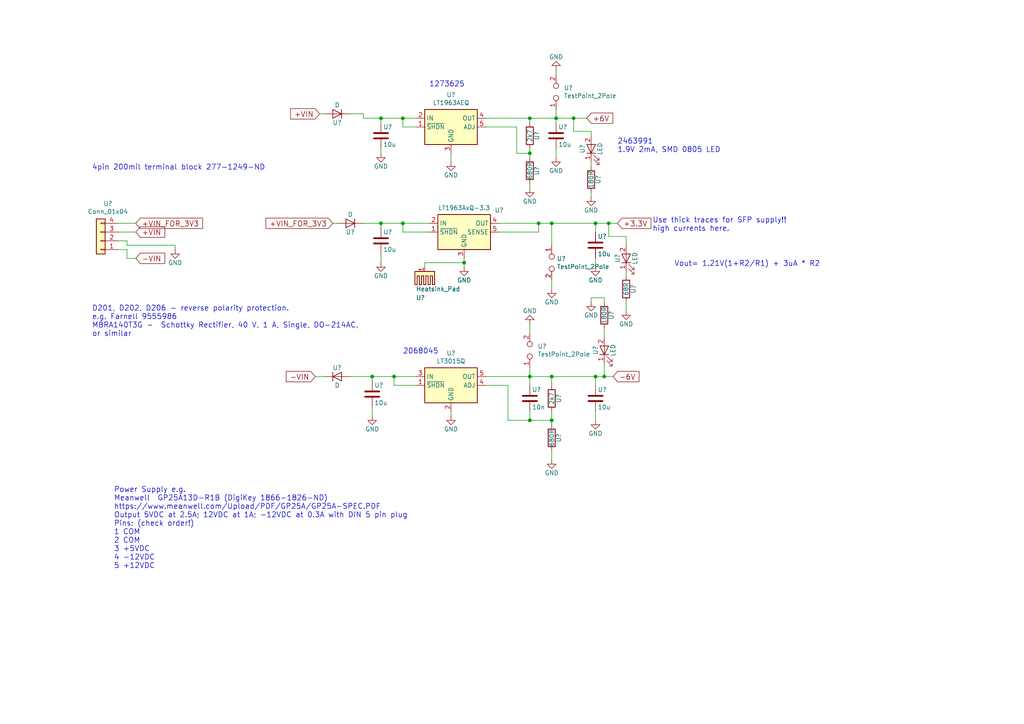
<source format=kicad_sch>
(kicad_sch (version 20230121) (generator eeschema)
  (paper "A4")
  (title_block (title "SFP-Board, 2018.03 - Power Supply") (date "2017-03-10") (company "Anders Wallin (anders.e.e.wallin \"at\" gmail.com)") (comment 1 "2018-03: remove DC-filters, add heatsinks"))
  (lib_symbols
    (symbol "Connector:TestPoint_2Pole" (pin_names (offset 0.762) hide)
      (property "Reference" "TP" (at 0 1.524 0))
      (property "Value" "TestPoint_2Pole" (at 0 -1.778 0))
      (symbol "TestPoint_2Pole_0_1"
        (circle (center -1.778 0) (radius 0.762))
        (circle (center 1.778 0) (radius 0.762))
        (pin passive line (at -5.08 0 0) (length 2.54) (name "1") (number "1"))
        (pin passive line (at 5.08 0 180) (length 2.54) (name "2") (number "2"))
      )
    )
    (symbol "Connector_Generic:Conn_01x04" (pin_names (offset 1.016) hide)
      (property "Reference" "J" (at 0 5.08 0))
      (property "Value" "Conn_01x04" (at 0 -7.62 0))
      (symbol "Conn_01x04_1_1"
        (rectangle (start -1.27 -4.953) (end 0 -5.207) (stroke (width 0.1524)))
        (rectangle (start -1.27 -2.413) (end 0 -2.667) (stroke (width 0.1524)))
        (rectangle (start -1.27 0.127) (end 0 -0.127) (stroke (width 0.1524)))
        (rectangle (start -1.27 2.667) (end 0 2.413) (stroke (width 0.1524)))
        (rectangle (start -1.27 3.81) (end 1.27 -6.35) (stroke (width 0.254)) (fill (type background)))
        (pin passive line (at -5.08 2.54 0) (length 3.81) (name "Pin_1") (number "1"))
        (pin passive line (at -5.08 0 0) (length 3.81) (name "Pin_2") (number "2"))
        (pin passive line (at -5.08 -2.54 0) (length 3.81) (name "Pin_3") (number "3"))
        (pin passive line (at -5.08 -5.08 0) (length 3.81) (name "Pin_4") (number "4"))
      )
    )
    (symbol "Mechanical:Heatsink_Pad" (pin_names (offset 0))
      (property "Reference" "HS" (at 0 5.715 0))
      (property "Value" "Heatsink_Pad" (at 0 3.81 0))
      (symbol "Heatsink_Pad_0_1"
        (polyline (pts (xy -0.3302 0) (xy -0.9652 0) (xy -0.9652 2.54) (xy -1.6002 2.54) (xy -1.6002 0) (xy -2.2352 0) (xy -2.2352 2.54) (xy -2.8702 2.54) (xy -2.8702 -1.27) (xy -0.9652 -1.27)) (stroke (width 0.254)) (fill (type background)))
        (polyline (pts (xy -0.3302 0) (xy -0.3302 2.54) (xy 0.3048 2.54) (xy 0.3048 0) (xy 0.9398 0) (xy 0.9398 2.54) (xy 1.5748 2.54) (xy 1.5748 0) (xy 2.2098 0) (xy 2.2098 2.54) (xy 2.8448 2.54) (xy 2.8448 -1.27) (xy -0.9652 -1.27)) (stroke (width 0.254)) (fill (type background)))
      )
      (symbol "Heatsink_Pad_1_1"
        (pin passive line (at 0 -2.54 90) (length 1.27) (name "~") (number "1"))
      )
    )
    (symbol "Regulator_Linear:LT1963AEQ"
      (property "Reference" "U" (at -7.62 6.35 0))
      (property "Value" "LT1963AEQ" (at -1.27 6.35 0))
      (symbol "LT1963AEQ_0_1"
        (rectangle (start -7.62 5.08) (end 7.62 -5.08) (stroke (width 0.254)) (fill (type background)))
      )
      (symbol "LT1963AEQ_1_1"
        (pin input line (at -10.16 0 0) (length 2.54) (name "~{SHDN}") (number "1"))
        (pin power_in line (at -10.16 2.54 0) (length 2.54) (name "IN") (number "2"))
        (pin power_in line (at 0 -7.62 90) (length 2.54) (name "GND") (number "3"))
        (pin power_out line (at 10.16 2.54 180) (length 2.54) (name "OUT") (number "4"))
        (pin input line (at 10.16 0 180) (length 2.54) (name "ADJ") (number "5"))
      )
    )
    (symbol "Regulator_Linear:LT1963AxQ-3.3"
      (property "Reference" "U" (at -7.62 6.35 0))
      (property "Value" "LT1963AxQ-3.3" (at -1.27 6.35 0))
      (symbol "LT1963AxQ-3.3_0_1"
        (rectangle (start -7.62 5.08) (end 7.62 -5.08) (stroke (width 0.254)) (fill (type background)))
      )
      (symbol "LT1963AxQ-3.3_1_1"
        (pin input line (at -10.16 0 0) (length 2.54) (name "~{SHDN}") (number "1"))
        (pin power_in line (at -10.16 2.54 0) (length 2.54) (name "IN") (number "2"))
        (pin power_in line (at 0 -7.62 90) (length 2.54) (name "GND") (number "3"))
        (pin power_out line (at 10.16 2.54 180) (length 2.54) (name "OUT") (number "4"))
        (pin input line (at 10.16 0 180) (length 2.54) (name "SENSE") (number "5"))
      )
    )
    (symbol "Regulator_Linear:LT3015Q"
      (property "Reference" "U" (at -6.35 6.35 0))
      (property "Value" "LT3015Q" (at 0 6.35 0))
      (symbol "LT3015Q_0_1"
        (rectangle (start -7.62 5.08) (end 7.62 -5.08) (stroke (width 0.254)) (fill (type background)))
      )
      (symbol "LT3015Q_1_1"
        (pin input line (at -10.16 0 0) (length 2.54) (name "~{SHDN}") (number "1"))
        (pin power_in line (at 0 -7.62 90) (length 2.54) (name "GND") (number "2"))
        (pin power_in line (at -10.16 2.54 0) (length 2.54) (name "IN") (number "3"))
        (pin input line (at 10.16 0 180) (length 2.54) (name "ADJ") (number "4"))
        (pin power_out line (at 10.16 2.54 180) (length 2.54) (name "OUT") (number "5"))
      )
    )
    (symbol "sfp_v4-rescue:C" (pin_numbers hide) (pin_names (offset 0.254))
      (property "Reference" "C" (at 0.635 2.54 0))
      (property "Value" "C" (at 0.635 -2.54 0))
      (symbol "C_0_1"
        (polyline (pts (xy -2.032 -0.762) (xy 2.032 -0.762)) (stroke (width 0.508)))
        (polyline (pts (xy -2.032 0.762) (xy 2.032 0.762)) (stroke (width 0.508)))
      )
      (symbol "C_1_1"
        (pin passive line (at 0 3.81 270) (length 2.794) (name "~") (number "1"))
        (pin passive line (at 0 -3.81 90) (length 2.794) (name "~") (number "2"))
      )
    )
    (symbol "sfp_v4-rescue:D" (pin_numbers hide) (pin_names (offset 1.016) hide)
      (property "Reference" "D" (at 0 2.54 0))
      (property "Value" "D" (at 0 -2.54 0))
      (symbol "D_0_1"
        (polyline (pts (xy -1.27 1.27) (xy -1.27 -1.27)) (stroke (width 0.2032)))
        (polyline (pts (xy 1.27 0) (xy -1.27 0)))
        (polyline (pts (xy 1.27 1.27) (xy 1.27 -1.27) (xy -1.27 0) (xy 1.27 1.27)) (stroke (width 0.2032)))
      )
      (symbol "D_1_1"
        (pin passive line (at -3.81 0 0) (length 2.54) (name "K") (number "1"))
        (pin passive line (at 3.81 0 180) (length 2.54) (name "A") (number "2"))
      )
    )
    (symbol "sfp_v4-rescue:GND-power" (power) (pin_names (offset 0))
      (property "Value" "GND-power" (at 0 -3.81 0))
      (symbol "GND-power_0_1"
        (polyline (pts (xy 0 0) (xy 0 -1.27) (xy 1.27 -1.27) (xy 0 -2.54) (xy -1.27 -1.27) (xy 0 -1.27)))
      )
      (symbol "GND-power_1_1"
        (pin power_in line (at 0 0 270) (length 0) hide (name "GND") (number "1"))
      )
    )
    (symbol "sfp_v4-rescue:LED" (pin_names (offset 1.016) hide)
      (property "Reference" "D" (at 0 2.54 0))
      (property "Value" "LED" (at 0 -2.54 0))
      (symbol "LED_0_1"
        (polyline (pts (xy -1.27 -1.27) (xy -1.27 1.27)) (stroke (width 0.2032)))
        (polyline (pts (xy -1.27 0) (xy 1.27 0)))
        (polyline (pts (xy 1.27 -1.27) (xy 1.27 1.27) (xy -1.27 0) (xy 1.27 -1.27)) (stroke (width 0.2032)))
        (polyline (pts (xy -3.048 -0.762) (xy -4.572 -2.286) (xy -3.81 -2.286) (xy -4.572 -2.286) (xy -4.572 -1.524)))
        (polyline (pts (xy -1.778 -0.762) (xy -3.302 -2.286) (xy -2.54 -2.286) (xy -3.302 -2.286) (xy -3.302 -1.524)))
      )
      (symbol "LED_1_1"
        (pin passive line (at -3.81 0 0) (length 2.54) (name "K") (number "1"))
        (pin passive line (at 3.81 0 180) (length 2.54) (name "A") (number "2"))
      )
    )
    (symbol "sfp_v4-rescue:R" (pin_numbers hide) (pin_names (offset 0))
      (property "Reference" "R" (at 2.032 0 90))
      (property "Value" "R" (at 0 0 90))
      (symbol "R_0_1"
        (rectangle (start -1.016 -2.54) (end 1.016 2.54) (stroke (width 0.254)))
      )
      (symbol "R_1_1"
        (pin passive line (at 0 3.81 270) (length 1.27) (name "~") (number "1"))
        (pin passive line (at 0 -3.81 90) (length 1.27) (name "~") (number "2"))
      )
    )
  )
  (junction (at 160.02 109.22))
  (junction (at 166.37 34.29))
  (junction (at 134.62 76.2))
  (junction (at 160.02 121.92))
  (junction (at 110.49 34.29))
  (junction (at 116.84 64.77))
  (junction (at 107.95 109.22))
  (junction (at 172.72 109.22))
  (junction (at 153.67 109.22))
  (junction (at 161.29 34.29))
  (junction (at 153.67 34.29))
  (junction (at 153.67 121.92))
  (junction (at 160.02 64.77))
  (junction (at 116.84 34.29))
  (junction (at 176.53 64.77))
  (junction (at 110.49 64.77))
  (junction (at 175.26 109.22))
  (junction (at 114.3 109.22))
  (junction (at 156.21 64.77))
  (junction (at 172.72 64.77))
  (junction (at 153.67 44.45))
  (wire (pts (xy 105.41 34.29) (xy 110.49 34.29)))
  (wire (pts (xy 36.83 72.39) (xy 34.29 72.39)))
  (wire (pts (xy 160.02 123.19) (xy 160.02 121.92)))
  (wire (pts (xy 160.02 133.35) (xy 160.02 130.81)))
  (wire (pts (xy 105.41 64.77) (xy 110.49 64.77)))
  (wire (pts (xy 166.37 34.29) (xy 170.18 34.29)))
  (wire (pts (xy 161.29 31.75) (xy 161.29 34.29)))
  (wire (pts (xy 110.49 66.04) (xy 110.49 64.77)))
  (wire (pts (xy 153.67 44.45) (xy 153.67 45.72)))
  (wire (pts (xy 147.32 121.92) (xy 147.32 111.76)))
  (wire (pts (xy 107.95 109.22) (xy 114.3 109.22)))
  (wire (pts (xy 175.26 109.22) (xy 177.8 109.22)))
  (wire (pts (xy 160.02 111.76) (xy 160.02 109.22)))
  (wire (pts (xy 153.67 54.61) (xy 153.67 53.34)))
  (wire (pts (xy 161.29 45.72) (xy 161.29 43.18)))
  (wire (pts (xy 123.19 76.2) (xy 134.62 76.2)))
  (wire (pts (xy 160.02 83.82) (xy 160.02 81.28)))
  (wire (pts (xy 140.97 111.76) (xy 147.32 111.76)))
  (wire (pts (xy 97.79 64.77) (xy 96.52 64.77)))
  (wire (pts (xy 172.72 64.77) (xy 176.53 64.77)))
  (wire (pts (xy 144.78 67.31) (xy 156.21 67.31)))
  (wire (pts (xy 123.19 76.2) (xy 123.19 77.47)))
  (wire (pts (xy 153.67 35.56) (xy 153.67 34.29)))
  (wire (pts (xy 172.72 109.22) (xy 175.26 109.22)))
  (wire (pts (xy 175.26 97.79) (xy 175.26 95.25)))
  (wire (pts (xy 175.26 86.36) (xy 175.26 87.63)))
  (wire (pts (xy 36.83 74.93) (xy 36.83 72.39)))
  (wire (pts (xy 120.65 111.76) (xy 114.3 111.76)))
  (wire (pts (xy 110.49 34.29) (xy 116.84 34.29)))
  (wire (pts (xy 161.29 21.59) (xy 161.29 20.32)))
  (wire (pts (xy 160.02 121.92) (xy 153.67 121.92)))
  (wire (pts (xy 50.8 71.12) (xy 50.8 72.39)))
  (wire (pts (xy 171.45 38.1) (xy 166.37 38.1)))
  (wire (pts (xy 172.72 64.77) (xy 172.72 67.31)))
  (wire (pts (xy 134.62 77.47) (xy 134.62 76.2)))
  (wire (pts (xy 166.37 38.1) (xy 166.37 34.29)))
  (wire (pts (xy 101.6 33.02) (xy 105.41 33.02)))
  (wire (pts (xy 149.86 36.83) (xy 149.86 44.45)))
  (wire (pts (xy 160.02 71.12) (xy 160.02 64.77)))
  (wire (pts (xy 93.98 109.22) (xy 91.44 109.22)))
  (wire (pts (xy 107.95 109.22) (xy 107.95 110.49)))
  (wire (pts (xy 107.95 120.65) (xy 107.95 118.11)))
  (wire (pts (xy 39.37 74.93) (xy 36.83 74.93)))
  (wire (pts (xy 156.21 67.31) (xy 156.21 64.77)))
  (wire (pts (xy 153.67 96.52) (xy 153.67 93.98)))
  (wire (pts (xy 36.83 69.85) (xy 34.29 69.85)))
  (wire (pts (xy 160.02 64.77) (xy 172.72 64.77)))
  (wire (pts (xy 39.37 64.77) (xy 34.29 64.77)))
  (wire (pts (xy 120.65 36.83) (xy 116.84 36.83)))
  (wire (pts (xy 176.53 68.58) (xy 176.53 64.77)))
  (wire (pts (xy 149.86 44.45) (xy 153.67 44.45)))
  (wire (pts (xy 161.29 34.29) (xy 166.37 34.29)))
  (wire (pts (xy 160.02 121.92) (xy 160.02 119.38)))
  (wire (pts (xy 114.3 109.22) (xy 120.65 109.22)))
  (wire (pts (xy 140.97 36.83) (xy 149.86 36.83)))
  (wire (pts (xy 153.67 121.92) (xy 147.32 121.92)))
  (wire (pts (xy 105.41 33.02) (xy 105.41 34.29)))
  (wire (pts (xy 116.84 34.29) (xy 120.65 34.29)))
  (wire (pts (xy 39.37 67.31) (xy 34.29 67.31)))
  (wire (pts (xy 171.45 39.37) (xy 171.45 38.1)))
  (wire (pts (xy 181.61 80.01) (xy 181.61 78.74)))
  (wire (pts (xy 101.6 109.22) (xy 107.95 109.22)))
  (wire (pts (xy 171.45 87.63) (xy 171.45 86.36)))
  (wire (pts (xy 156.21 64.77) (xy 160.02 64.77)))
  (wire (pts (xy 36.83 71.12) (xy 50.8 71.12)))
  (wire (pts (xy 175.26 105.41) (xy 175.26 109.22)))
  (wire (pts (xy 181.61 71.12) (xy 181.61 68.58)))
  (wire (pts (xy 130.81 44.45) (xy 130.81 46.99)))
  (wire (pts (xy 153.67 111.76) (xy 153.67 109.22)))
  (wire (pts (xy 140.97 34.29) (xy 153.67 34.29)))
  (wire (pts (xy 116.84 67.31) (xy 124.46 67.31)))
  (wire (pts (xy 153.67 109.22) (xy 160.02 109.22)))
  (wire (pts (xy 161.29 34.29) (xy 161.29 35.56)))
  (wire (pts (xy 110.49 44.45) (xy 110.49 43.18)))
  (wire (pts (xy 181.61 68.58) (xy 176.53 68.58)))
  (wire (pts (xy 153.67 109.22) (xy 153.67 106.68)))
  (wire (pts (xy 110.49 76.2) (xy 110.49 73.66)))
  (wire (pts (xy 153.67 119.38) (xy 153.67 121.92)))
  (wire (pts (xy 134.62 76.2) (xy 134.62 74.93)))
  (wire (pts (xy 116.84 36.83) (xy 116.84 34.29)))
  (wire (pts (xy 110.49 35.56) (xy 110.49 34.29)))
  (wire (pts (xy 171.45 57.15) (xy 171.45 55.88)))
  (wire (pts (xy 36.83 71.12) (xy 36.83 69.85)))
  (wire (pts (xy 171.45 86.36) (xy 175.26 86.36)))
  (wire (pts (xy 110.49 64.77) (xy 116.84 64.77)))
  (wire (pts (xy 171.45 48.26) (xy 171.45 46.99)))
  (wire (pts (xy 153.67 34.29) (xy 161.29 34.29)))
  (wire (pts (xy 116.84 67.31) (xy 116.84 64.77)))
  (wire (pts (xy 116.84 64.77) (xy 124.46 64.77)))
  (wire (pts (xy 114.3 109.22) (xy 114.3 111.76)))
  (wire (pts (xy 153.67 43.18) (xy 153.67 44.45)))
  (wire (pts (xy 160.02 109.22) (xy 172.72 109.22)))
  (wire (pts (xy 144.78 64.77) (xy 156.21 64.77)))
  (wire (pts (xy 172.72 77.47) (xy 172.72 74.93)))
  (wire (pts (xy 130.81 119.38) (xy 130.81 120.65)))
  (wire (pts (xy 176.53 64.77) (xy 179.07 64.77)))
  (wire (pts (xy 140.97 109.22) (xy 153.67 109.22)))
  (wire (pts (xy 93.98 33.02) (xy 92.71 33.02)))
  (wire (pts (xy 172.72 109.22) (xy 172.72 111.76)))
  (wire (pts (xy 172.72 121.92) (xy 172.72 119.38)))
  (wire (pts (xy 181.61 90.17) (xy 181.61 87.63)))
  (text "Vout= 1.21V(1+R2/R1) + 3uA * R2" (at 195.58 77.47 0) (effects (font (size 1.524 1.524)) (justify left bottom)))
  (text "2068045 " (at 116.84 102.87 0) (effects (font (size 1.524 1.524)) (justify left bottom)))
  (text "Power Supply e.g.\nMeanwell  GP25A13D-R1B (DigiKey 1866-1826-ND)\nhttps://www.meanwell.com/Upload/PDF/GP25A/GP25A-SPEC.PDF\nOutput 5VDC at 2.5A; 12VDC at 1A; -12VDC at 0.3A with DIN 5 pin plug\nPins: (check order!)\n1 COM\n2 COM\n3 +5VDC\n4 -12VDC\n5 +12VDC" (at 33.02 165.1 0) (effects (font (size 1.524 1.524)) (justify left bottom)))
  (text "D201, D202, D206 - reverse polarity protection.\ne.g. Farnell 9555986\nMBRA140T3G -  Schottky Rectifier, 40 V, 1 A, Single, DO-214AC,\nor similar" (at 26.67 97.79 0) (effects (font (size 1.524 1.524)) (justify left bottom)))
  (text "2463991 \n1.9V 2mA, SMD 0805 LED" (at 179.07 44.45 0) (effects (font (size 1.524 1.524)) (justify left bottom)))
  (text "1273625" (at 124.46 25.4 0) (effects (font (size 1.524 1.524)) (justify left bottom)))
  (text "4pin 200mil terminal block 277-1249-ND" (at 26.67 49.53 0) (effects (font (size 1.524 1.524)) (justify left bottom)))
  (text "Use thick traces for SFP supply!!\nhigh currents here." (at 189.23 67.31 0) (effects (font (size 1.524 1.524)) (justify left bottom)))
  (global_label "+VIN_FOR_3V3" (shape input) (at 96.52 64.77 180) (effects (font (size 1.524 1.524))) (property "Intersheetrefs" "${INTERSHEET_REFS}" (effects hide)))
  (global_label "+VIN" (shape input) (at 92.71 33.02 180) (effects (font (size 1.524 1.524))) (property "Intersheetrefs" "${INTERSHEET_REFS}" (effects hide)))
  (global_label "-VIN" (shape input) (at 39.37 74.93 0) (effects (font (size 1.524 1.524))) (property "Intersheetrefs" "${INTERSHEET_REFS}" (effects hide)))
  (global_label "-6V" (shape input) (at 177.8 109.22 0) (effects (font (size 1.524 1.524))) (property "Intersheetrefs" "${INTERSHEET_REFS}" (effects hide)))
  (global_label "+VIN" (shape input) (at 39.37 67.31 0) (effects (font (size 1.524 1.524))) (property "Intersheetrefs" "${INTERSHEET_REFS}" (effects hide)))
  (global_label "+VIN_FOR_3V3" (shape input) (at 39.37 64.77 0) (effects (font (size 1.524 1.524))) (property "Intersheetrefs" "${INTERSHEET_REFS}" (effects hide)))
  (global_label "-VIN" (shape input) (at 91.44 109.22 180) (effects (font (size 1.524 1.524))) (property "Intersheetrefs" "${INTERSHEET_REFS}" (effects hide)))
  (global_label "+6V" (shape input) (at 170.18 34.29 0) (effects (font (size 1.524 1.524))) (property "Intersheetrefs" "${INTERSHEET_REFS}" (effects hide)))
  (global_label "+3.3V" (shape input) (at 179.07 64.77 0) (effects (font (size 1.524 1.524))) (property "Intersheetrefs" "${INTERSHEET_REFS}" (effects hide)))
  (symbol (lib_id "sfp_v4-rescue:R") (at 160.02 115.57 0) (unit 1)
    (property "Reference" "U?" (at 162.052 115.57 90))
    (property "Value" "2k7" (at 160.02 115.57 90))
    (property "Footprint" "Resistors_SMD:R_0805" (effects hide))
  )
  (symbol (lib_id "sfp_v4-rescue:R") (at 160.02 127 0) (unit 1)
    (property "Reference" "U?" (at 162.052 127 90))
    (property "Value" "680R" (at 160.02 127 90))
    (property "Footprint" "Resistors_SMD:R_0805" (effects hide))
  )
  (symbol (lib_id "sfp_v4-rescue:C") (at 172.72 71.12 0) (unit 1)
    (property "Reference" "U?" (at 173.355 68.58 0) (effects (justify left)))
    (property "Value" "10u" (at 173.355 73.66 0) (effects (justify left)))
    (property "Footprint" "Capacitors_SMD:C_0805" (effects hide))
  )
  (symbol (lib_id "sfp_v4-rescue:GND-power") (at 134.62 77.47 0) (unit 1)
    (property "Reference" "U?" (effects hide))
    (property "Value" "GND" (at 134.62 81.28 0))
  )
  (symbol (lib_id "sfp_v4-rescue:GND-power") (at 172.72 77.47 0) (unit 1)
    (property "Reference" "U?" (effects hide))
    (property "Value" "GND" (at 172.72 81.28 0))
  )
  (symbol (lib_id "sfp_v4-rescue:C") (at 110.49 69.85 0) (unit 1)
    (property "Reference" "U?" (at 111.125 67.31 0) (effects (justify left)))
    (property "Value" "10u" (at 111.125 72.39 0) (effects (justify left)))
    (property "Footprint" "Capacitors_SMD:C_0805" (effects hide))
  )
  (symbol (lib_id "sfp_v4-rescue:GND-power") (at 110.49 76.2 0) (unit 1)
    (property "Reference" "U?" (effects hide))
    (property "Value" "GND" (at 110.49 80.01 0))
  )
  (symbol (lib_id "sfp_v4-rescue:GND-power") (at 130.81 46.99 0) (unit 1)
    (property "Reference" "U?" (effects hide))
    (property "Value" "GND" (at 130.81 50.8 0))
  )
  (symbol (lib_id "sfp_v4-rescue:R") (at 153.67 39.37 0) (unit 1)
    (property "Reference" "U?" (at 155.702 39.37 90))
    (property "Value" "2k7" (at 153.67 39.37 90))
    (property "Footprint" "Resistors_SMD:R_0805" (effects hide))
  )
  (symbol (lib_id "sfp_v4-rescue:R") (at 153.67 49.53 0) (unit 1)
    (property "Reference" "U?" (at 155.702 49.53 90))
    (property "Value" "680R" (at 153.67 49.53 90))
    (property "Footprint" "Resistors_SMD:R_0805" (effects hide))
  )
  (symbol (lib_id "sfp_v4-rescue:C") (at 161.29 39.37 0) (unit 1)
    (property "Reference" "U?" (at 161.925 36.83 0) (effects (justify left)))
    (property "Value" "10u" (at 161.925 41.91 0) (effects (justify left)))
    (property "Footprint" "Capacitors_SMD:C_0805" (effects hide))
  )
  (symbol (lib_id "sfp_v4-rescue:GND-power") (at 161.29 45.72 0) (unit 1)
    (property "Reference" "U?" (effects hide))
    (property "Value" "GND" (at 161.29 49.53 0))
  )
  (symbol (lib_id "sfp_v4-rescue:GND-power") (at 153.67 54.61 0) (unit 1)
    (property "Reference" "U?" (effects hide))
    (property "Value" "GND" (at 153.67 58.42 0))
  )
  (symbol (lib_id "sfp_v4-rescue:C") (at 110.49 39.37 0) (unit 1)
    (property "Reference" "U?" (at 111.125 36.83 0) (effects (justify left)))
    (property "Value" "10u" (at 111.125 41.91 0) (effects (justify left)))
    (property "Footprint" "Capacitors_SMD:C_0805" (effects hide))
  )
  (symbol (lib_id "sfp_v4-rescue:GND-power") (at 110.49 44.45 0) (unit 1)
    (property "Reference" "U?" (effects hide))
    (property "Value" "GND" (at 110.49 48.26 0))
  )
  (symbol (lib_id "sfp_v4-rescue:C") (at 153.67 115.57 0) (unit 1)
    (property "Reference" "U?" (at 154.305 113.03 0) (effects (justify left)))
    (property "Value" "10n" (at 154.305 118.11 0) (effects (justify left)))
    (property "Footprint" "Capacitors_SMD:C_0805" (effects hide))
  )
  (symbol (lib_id "sfp_v4-rescue:C") (at 172.72 115.57 0) (unit 1)
    (property "Reference" "U?" (at 173.355 113.03 0) (effects (justify left)))
    (property "Value" "10u" (at 173.355 118.11 0) (effects (justify left)))
    (property "Footprint" "Capacitors_SMD:C_0805" (effects hide))
  )
  (symbol (lib_id "sfp_v4-rescue:GND-power") (at 160.02 133.35 0) (unit 1)
    (property "Reference" "U?" (effects hide))
    (property "Value" "GND" (at 160.02 137.16 0))
  )
  (symbol (lib_id "sfp_v4-rescue:GND-power") (at 172.72 121.92 0) (unit 1)
    (property "Reference" "U?" (effects hide))
    (property "Value" "GND" (at 172.72 125.73 0))
  )
  (symbol (lib_id "sfp_v4-rescue:GND-power") (at 130.81 120.65 0) (unit 1)
    (property "Reference" "U?" (effects hide))
    (property "Value" "GND" (at 130.81 124.46 0))
  )
  (symbol (lib_id "sfp_v4-rescue:C") (at 107.95 114.3 0) (unit 1)
    (property "Reference" "U?" (at 108.585 111.76 0) (effects (justify left)))
    (property "Value" "10u" (at 108.585 116.84 0) (effects (justify left)))
    (property "Footprint" "Capacitors_SMD:C_0805" (effects hide))
  )
  (symbol (lib_id "sfp_v4-rescue:D") (at 97.79 33.02 180) (unit 1)
    (property "Reference" "U?" (at 97.79 35.56 0))
    (property "Value" "D" (at 97.79 30.48 0))
    (property "Footprint" "awallinKiCadFootprints:DIODE_DO-214BA" (effects hide))
  )
  (symbol (lib_id "sfp_v4-rescue:GND-power") (at 50.8 72.39 0) (unit 1)
    (property "Reference" "U?" (effects hide))
    (property "Value" "GND" (at 50.8 76.2 0))
  )
  (symbol (lib_id "sfp_v4-rescue:D") (at 97.79 109.22 0) (unit 1)
    (property "Reference" "U?" (at 97.79 106.68 0))
    (property "Value" "D" (at 97.79 111.76 0))
    (property "Footprint" "awallinKiCadFootprints:DIODE_DO-214BA" (effects hide))
  )
  (symbol (lib_id "sfp_v4-rescue:GND-power") (at 107.95 120.65 0) (unit 1)
    (property "Reference" "U?" (effects hide))
    (property "Value" "GND" (at 107.95 124.46 0))
  )
  (symbol (lib_id "sfp_v4-rescue:LED") (at 175.26 101.6 90) (unit 1)
    (property "Reference" "U?" (at 172.72 101.6 0))
    (property "Value" "LED" (at 177.8 101.6 0))
    (property "Footprint" "LEDs:LED_0805" (effects hide))
  )
  (symbol (lib_id "sfp_v4-rescue:LED") (at 181.61 74.93 90) (unit 1)
    (property "Reference" "U?" (at 179.07 74.93 0))
    (property "Value" "LED" (at 184.15 74.93 0))
    (property "Footprint" "LEDs:LED_0805" (effects hide))
  )
  (symbol (lib_id "sfp_v4-rescue:LED") (at 171.45 43.18 90) (unit 1)
    (property "Reference" "U?" (at 168.91 43.18 0))
    (property "Value" "LED" (at 173.99 43.18 0))
    (property "Footprint" "LEDs:LED_0805" (effects hide))
  )
  (symbol (lib_id "sfp_v4-rescue:R") (at 171.45 52.07 0) (unit 1)
    (property "Reference" "U?" (at 173.482 52.07 90))
    (property "Value" "180R" (at 171.45 52.07 90))
    (property "Footprint" "Resistors_SMD:R_0805" (effects hide))
  )
  (symbol (lib_id "sfp_v4-rescue:R") (at 181.61 83.82 0) (unit 1)
    (property "Reference" "U?" (at 183.642 83.82 90))
    (property "Value" "68R" (at 181.61 83.82 90))
    (property "Footprint" "Resistors_SMD:R_0805" (effects hide))
  )
  (symbol (lib_id "sfp_v4-rescue:R") (at 175.26 91.44 0) (unit 1)
    (property "Reference" "U?" (at 177.292 91.44 90))
    (property "Value" "180R" (at 175.26 91.44 90))
    (property "Footprint" "Resistors_SMD:R_0805" (effects hide))
  )
  (symbol (lib_id "sfp_v4-rescue:GND-power") (at 171.45 57.15 0) (unit 1)
    (property "Reference" "U?" (effects hide))
    (property "Value" "GND" (at 171.45 60.96 0))
  )
  (symbol (lib_id "sfp_v4-rescue:GND-power") (at 181.61 90.17 0) (unit 1)
    (property "Reference" "U?" (effects hide))
    (property "Value" "GND" (at 181.61 93.98 0))
  )
  (symbol (lib_id "sfp_v4-rescue:GND-power") (at 171.45 87.63 0) (unit 1)
    (property "Reference" "U?" (effects hide))
    (property "Value" "GND" (at 171.45 91.44 0))
  )
  (symbol (lib_id "Regulator_Linear:LT1963AxQ-3.3") (at 134.62 67.31 0) (unit 1)
    (property "Reference" "U?" (at 144.78 60.96 0))
    (property "Value" "LT1963AxQ-3.3" (at 134.62 60.2996 0))
    (property "Footprint" "Package_TO_SOT_SMD:TO-263-5_TabPin3" (effects hide))
    (property "Datasheet" "https://www.analog.com/media/en/technical-documentation/data-sheets/1963aff.pdf" (effects hide))
  )
  (symbol (lib_id "Regulator_Linear:LT1963AEQ") (at 130.81 36.83 0) (unit 1)
    (property "Reference" "U?" (at 130.81 27.5082 0))
    (property "Value" "LT1963AEQ" (at 130.81 29.8196 0))
    (property "Footprint" "Package_TO_SOT_SMD:TO-263-5_TabPin3" (effects hide))
    (property "Datasheet" "https://www.analog.com/media/en/technical-documentation/data-sheets/1963aff.pdf" (effects hide))
  )
  (symbol (lib_id "Regulator_Linear:LT3015Q") (at 130.81 111.76 0) (unit 1)
    (property "Reference" "U?" (at 130.81 102.4382 0))
    (property "Value" "LT3015Q" (at 130.81 104.7496 0))
    (property "Footprint" "Package_TO_SOT_SMD:TO-263-5_TabPin3" (effects hide))
    (property "Datasheet" "https://www.analog.com/media/en/technical-documentation/data-sheets/3015fb.pdf" (effects hide))
  )
  (symbol (lib_id "Mechanical:Heatsink_Pad") (at 123.19 80.01 180) (unit 1)
    (property "Reference" "U?" (at 120.65 86.36 0) (effects (justify right)))
    (property "Value" "Heatsink_Pad" (at 120.65 83.82 0) (effects (justify right)))
    (property "Footprint" "Heatsink:Heatsink_Fischer_FK24413D2PAK_26x13mm" (effects hide))
  )
  (symbol (lib_id "Connector_Generic:Conn_01x04") (at 29.21 69.85 180) (unit 1)
    (property "Reference" "U?" (at 31.2928 59.055 0))
    (property "Value" "Conn_01x04" (at 31.2928 61.3664 0))
    (property "Footprint" "TerminalBlock:TerminalBlock_bornier-4_P5.08mm" (effects hide))
  )
  (symbol (lib_id "sfp_v4-rescue:D") (at 101.6 64.77 180) (unit 1)
    (property "Reference" "U?" (at 101.6 67.31 0))
    (property "Value" "D" (at 101.6 62.23 0))
    (property "Footprint" "awallinKiCadFootprints:DIODE_DO-214BA" (effects hide))
  )
  (symbol (lib_id "Connector:TestPoint_2Pole") (at 153.67 101.6 90) (unit 1)
    (property "Reference" "U?" (at 155.9052 100.4316 90) (effects (justify right)))
    (property "Value" "TestPoint_2Pole" (at 155.9052 102.743 90) (effects (justify right)))
    (property "Footprint" "TestPoint:TestPoint_2Pads_Pitch2.54mm_Drill0.8mm" (effects hide))
  )
  (symbol (lib_id "sfp_v4-rescue:GND-power") (at 153.67 93.98 180) (unit 1)
    (property "Reference" "U?" (effects hide))
    (property "Value" "GND" (at 153.67 90.17 0))
  )
  (symbol (lib_id "Connector:TestPoint_2Pole") (at 160.02 76.2 270) (unit 1)
    (property "Reference" "U?" (at 161.4932 75.0316 90) (effects (justify left)))
    (property "Value" "TestPoint_2Pole" (at 161.4932 77.343 90) (effects (justify left)))
    (property "Footprint" "TestPoint:TestPoint_2Pads_Pitch2.54mm_Drill0.8mm" (effects hide))
  )
  (symbol (lib_id "sfp_v4-rescue:GND-power") (at 160.02 83.82 0) (unit 1)
    (property "Reference" "U?" (effects hide))
    (property "Value" "GND" (at 160.02 87.63 0))
  )
  (symbol (lib_id "Connector:TestPoint_2Pole") (at 161.29 26.67 90) (unit 1)
    (property "Reference" "U?" (at 163.5252 25.5016 90) (effects (justify right)))
    (property "Value" "TestPoint_2Pole" (at 163.5252 27.813 90) (effects (justify right)))
    (property "Footprint" "TestPoint:TestPoint_2Pads_Pitch2.54mm_Drill0.8mm" (effects hide))
  )
  (symbol (lib_id "sfp_v4-rescue:GND-power") (at 161.29 20.32 180) (unit 1)
    (property "Reference" "U?" (effects hide))
    (property "Value" "GND" (at 161.29 16.51 0))
  )
)
</source>
